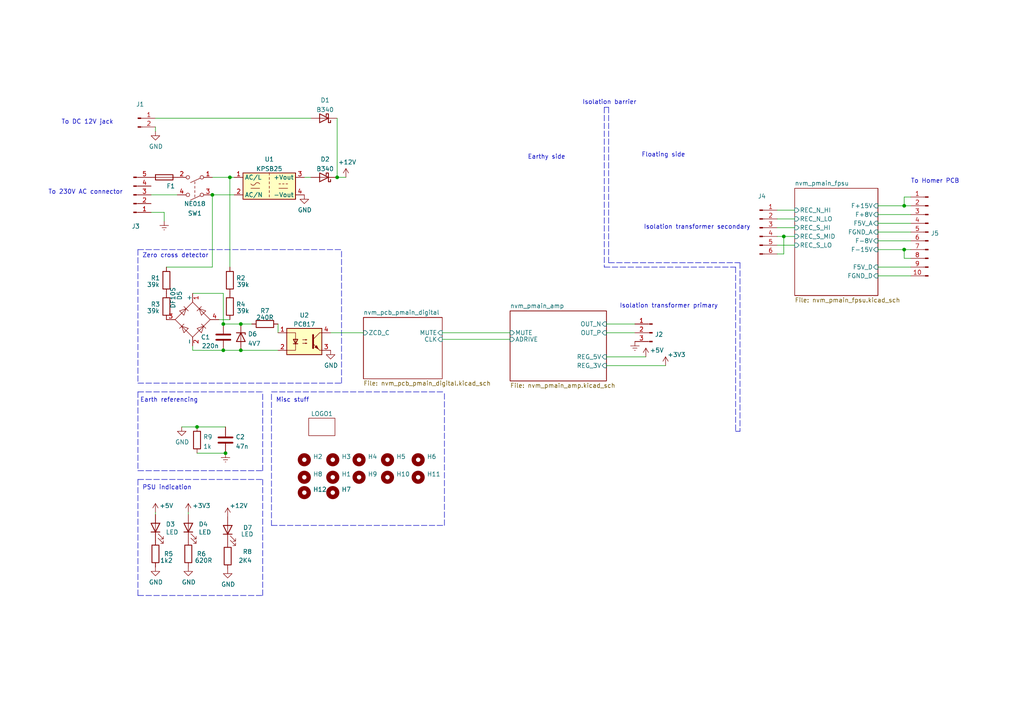
<source format=kicad_sch>
(kicad_sch (version 20211123) (generator eeschema)
  (paper "A4")
  (title_block (title "Nanovoltmeter - MARGE") (date "2022-05-14") (rev "2"))
  (lib_symbols
    (symbol "Connector:Conn_01x02_Male" (pin_names (offset 1.016) hide)
      (property "Reference" "J" (at 0 2.54 0))
      (property "Value" "Conn_01x02_Male" (at 0 -5.08 0))
      (symbol "Conn_01x02_Male_1_1"
        (polyline (pts (xy 1.27 -2.54) (xy 0.8636 -2.54)) (stroke (width 0.1524)))
        (polyline (pts (xy 1.27 0) (xy 0.8636 0)) (stroke (width 0.1524)))
        (rectangle (start 0.8636 -2.413) (end 0 -2.667) (stroke (width 0.1524)) (fill (type outline)))
        (rectangle (start 0.8636 0.127) (end 0 -0.127) (stroke (width 0.1524)) (fill (type outline)))
        (pin passive line (at 5.08 0 180) (length 3.81) (name "Pin_1") (number "1"))
        (pin passive line (at 5.08 -2.54 180) (length 3.81) (name "Pin_2") (number "2"))
      )
    )
    (symbol "Connector:Conn_01x03_Male" (pin_names (offset 1.016) hide)
      (property "Reference" "J" (at 0 5.08 0))
      (property "Value" "Conn_01x03_Male" (at 0 -5.08 0))
      (symbol "Conn_01x03_Male_1_1"
        (polyline (pts (xy 1.27 -2.54) (xy 0.8636 -2.54)) (stroke (width 0.1524)))
        (polyline (pts (xy 1.27 0) (xy 0.8636 0)) (stroke (width 0.1524)))
        (polyline (pts (xy 1.27 2.54) (xy 0.8636 2.54)) (stroke (width 0.1524)))
        (rectangle (start 0.8636 -2.413) (end 0 -2.667) (stroke (width 0.1524)) (fill (type outline)))
        (rectangle (start 0.8636 0.127) (end 0 -0.127) (stroke (width 0.1524)) (fill (type outline)))
        (rectangle (start 0.8636 2.667) (end 0 2.413) (stroke (width 0.1524)) (fill (type outline)))
        (pin passive line (at 5.08 2.54 180) (length 3.81) (name "Pin_1") (number "1"))
        (pin passive line (at 5.08 0 180) (length 3.81) (name "Pin_2") (number "2"))
        (pin passive line (at 5.08 -2.54 180) (length 3.81) (name "Pin_3") (number "3"))
      )
    )
    (symbol "Connector:Conn_01x05_Male" (pin_names (offset 1.016) hide)
      (property "Reference" "J" (at 0 7.62 0))
      (property "Value" "Conn_01x05_Male" (at 0 -7.62 0))
      (symbol "Conn_01x05_Male_1_1"
        (polyline (pts (xy 1.27 -5.08) (xy 0.8636 -5.08)) (stroke (width 0.1524)))
        (polyline (pts (xy 1.27 -2.54) (xy 0.8636 -2.54)) (stroke (width 0.1524)))
        (polyline (pts (xy 1.27 0) (xy 0.8636 0)) (stroke (width 0.1524)))
        (polyline (pts (xy 1.27 2.54) (xy 0.8636 2.54)) (stroke (width 0.1524)))
        (polyline (pts (xy 1.27 5.08) (xy 0.8636 5.08)) (stroke (width 0.1524)))
        (rectangle (start 0.8636 -4.953) (end 0 -5.207) (stroke (width 0.1524)) (fill (type outline)))
        (rectangle (start 0.8636 -2.413) (end 0 -2.667) (stroke (width 0.1524)) (fill (type outline)))
        (rectangle (start 0.8636 0.127) (end 0 -0.127) (stroke (width 0.1524)) (fill (type outline)))
        (rectangle (start 0.8636 2.667) (end 0 2.413) (stroke (width 0.1524)) (fill (type outline)))
        (rectangle (start 0.8636 5.207) (end 0 4.953) (stroke (width 0.1524)) (fill (type outline)))
        (pin passive line (at 5.08 5.08 180) (length 3.81) (name "Pin_1") (number "1"))
        (pin passive line (at 5.08 2.54 180) (length 3.81) (name "Pin_2") (number "2"))
        (pin passive line (at 5.08 0 180) (length 3.81) (name "Pin_3") (number "3"))
        (pin passive line (at 5.08 -2.54 180) (length 3.81) (name "Pin_4") (number "4"))
        (pin passive line (at 5.08 -5.08 180) (length 3.81) (name "Pin_5") (number "5"))
      )
    )
    (symbol "Connector:Conn_01x06_Male" (pin_names (offset 1.016) hide)
      (property "Reference" "J" (at 0 7.62 0))
      (property "Value" "Conn_01x06_Male" (at 0 -10.16 0))
      (symbol "Conn_01x06_Male_1_1"
        (polyline (pts (xy 1.27 -7.62) (xy 0.8636 -7.62)) (stroke (width 0.1524)))
        (polyline (pts (xy 1.27 -5.08) (xy 0.8636 -5.08)) (stroke (width 0.1524)))
        (polyline (pts (xy 1.27 -2.54) (xy 0.8636 -2.54)) (stroke (width 0.1524)))
        (polyline (pts (xy 1.27 0) (xy 0.8636 0)) (stroke (width 0.1524)))
        (polyline (pts (xy 1.27 2.54) (xy 0.8636 2.54)) (stroke (width 0.1524)))
        (polyline (pts (xy 1.27 5.08) (xy 0.8636 5.08)) (stroke (width 0.1524)))
        (rectangle (start 0.8636 -7.493) (end 0 -7.747) (stroke (width 0.1524)) (fill (type outline)))
        (rectangle (start 0.8636 -4.953) (end 0 -5.207) (stroke (width 0.1524)) (fill (type outline)))
        (rectangle (start 0.8636 -2.413) (end 0 -2.667) (stroke (width 0.1524)) (fill (type outline)))
        (rectangle (start 0.8636 0.127) (end 0 -0.127) (stroke (width 0.1524)) (fill (type outline)))
        (rectangle (start 0.8636 2.667) (end 0 2.413) (stroke (width 0.1524)) (fill (type outline)))
        (rectangle (start 0.8636 5.207) (end 0 4.953) (stroke (width 0.1524)) (fill (type outline)))
        (pin passive line (at 5.08 5.08 180) (length 3.81) (name "Pin_1") (number "1"))
        (pin passive line (at 5.08 2.54 180) (length 3.81) (name "Pin_2") (number "2"))
        (pin passive line (at 5.08 0 180) (length 3.81) (name "Pin_3") (number "3"))
        (pin passive line (at 5.08 -2.54 180) (length 3.81) (name "Pin_4") (number "4"))
        (pin passive line (at 5.08 -5.08 180) (length 3.81) (name "Pin_5") (number "5"))
        (pin passive line (at 5.08 -7.62 180) (length 3.81) (name "Pin_6") (number "6"))
      )
    )
    (symbol "Connector:Conn_01x10_Male" (pin_names (offset 1.016) hide)
      (property "Reference" "J" (at 0 12.7 0))
      (property "Value" "Conn_01x10_Male" (at 0 -15.24 0))
      (symbol "Conn_01x10_Male_1_1"
        (polyline (pts (xy 1.27 -12.7) (xy 0.8636 -12.7)) (stroke (width 0.1524)))
        (polyline (pts (xy 1.27 -10.16) (xy 0.8636 -10.16)) (stroke (width 0.1524)))
        (polyline (pts (xy 1.27 -7.62) (xy 0.8636 -7.62)) (stroke (width 0.1524)))
        (polyline (pts (xy 1.27 -5.08) (xy 0.8636 -5.08)) (stroke (width 0.1524)))
        (polyline (pts (xy 1.27 -2.54) (xy 0.8636 -2.54)) (stroke (width 0.1524)))
        (polyline (pts (xy 1.27 0) (xy 0.8636 0)) (stroke (width 0.1524)))
        (polyline (pts (xy 1.27 2.54) (xy 0.8636 2.54)) (stroke (width 0.1524)))
        (polyline (pts (xy 1.27 5.08) (xy 0.8636 5.08)) (stroke (width 0.1524)))
        (polyline (pts (xy 1.27 7.62) (xy 0.8636 7.62)) (stroke (width 0.1524)))
        (polyline (pts (xy 1.27 10.16) (xy 0.8636 10.16)) (stroke (width 0.1524)))
        (rectangle (start 0.8636 -12.573) (end 0 -12.827) (stroke (width 0.1524)) (fill (type outline)))
        (rectangle (start 0.8636 -10.033) (end 0 -10.287) (stroke (width 0.1524)) (fill (type outline)))
        (rectangle (start 0.8636 -7.493) (end 0 -7.747) (stroke (width 0.1524)) (fill (type outline)))
        (rectangle (start 0.8636 -4.953) (end 0 -5.207) (stroke (width 0.1524)) (fill (type outline)))
        (rectangle (start 0.8636 -2.413) (end 0 -2.667) (stroke (width 0.1524)) (fill (type outline)))
        (rectangle (start 0.8636 0.127) (end 0 -0.127) (stroke (width 0.1524)) (fill (type outline)))
        (rectangle (start 0.8636 2.667) (end 0 2.413) (stroke (width 0.1524)) (fill (type outline)))
        (rectangle (start 0.8636 5.207) (end 0 4.953) (stroke (width 0.1524)) (fill (type outline)))
        (rectangle (start 0.8636 7.747) (end 0 7.493) (stroke (width 0.1524)) (fill (type outline)))
        (rectangle (start 0.8636 10.287) (end 0 10.033) (stroke (width 0.1524)) (fill (type outline)))
        (pin passive line (at 5.08 10.16 180) (length 3.81) (name "Pin_1") (number "1"))
        (pin passive line (at 5.08 -12.7 180) (length 3.81) (name "Pin_10") (number "10"))
        (pin passive line (at 5.08 7.62 180) (length 3.81) (name "Pin_2") (number "2"))
        (pin passive line (at 5.08 5.08 180) (length 3.81) (name "Pin_3") (number "3"))
        (pin passive line (at 5.08 2.54 180) (length 3.81) (name "Pin_4") (number "4"))
        (pin passive line (at 5.08 0 180) (length 3.81) (name "Pin_5") (number "5"))
        (pin passive line (at 5.08 -2.54 180) (length 3.81) (name "Pin_6") (number "6"))
        (pin passive line (at 5.08 -5.08 180) (length 3.81) (name "Pin_7") (number "7"))
        (pin passive line (at 5.08 -7.62 180) (length 3.81) (name "Pin_8") (number "8"))
        (pin passive line (at 5.08 -10.16 180) (length 3.81) (name "Pin_9") (number "9"))
      )
    )
    (symbol "Device:C" (pin_numbers hide) (pin_names (offset 0.254))
      (property "Reference" "C" (at 0.635 2.54 0))
      (property "Value" "C" (at 0.635 -2.54 0))
      (symbol "C_0_1"
        (polyline (pts (xy -2.032 -0.762) (xy 2.032 -0.762)) (stroke (width 0.508)))
        (polyline (pts (xy -2.032 0.762) (xy 2.032 0.762)) (stroke (width 0.508)))
      )
      (symbol "C_1_1"
        (pin passive line (at 0 3.81 270) (length 2.794) (name "~") (number "1"))
        (pin passive line (at 0 -3.81 90) (length 2.794) (name "~") (number "2"))
      )
    )
    (symbol "Device:Fuse" (pin_numbers hide) (pin_names (offset 0))
      (property "Reference" "F" (at 2.032 0 90))
      (property "Value" "Fuse" (at -1.905 0 90))
      (symbol "Fuse_0_1"
        (rectangle (start -0.762 -2.54) (end 0.762 2.54) (stroke (width 0.254)))
        (polyline (pts (xy 0 2.54) (xy 0 -2.54)))
      )
      (symbol "Fuse_1_1"
        (pin passive line (at 0 3.81 270) (length 1.27) (name "~") (number "1"))
        (pin passive line (at 0 -3.81 90) (length 1.27) (name "~") (number "2"))
      )
    )
    (symbol "Device:LED" (pin_numbers hide) (pin_names (offset 1.016) hide)
      (property "Reference" "D" (at 0 2.54 0))
      (property "Value" "LED" (at 0 -2.54 0))
      (symbol "LED_0_1"
        (polyline (pts (xy -1.27 -1.27) (xy -1.27 1.27)) (stroke (width 0.254)))
        (polyline (pts (xy -1.27 0) (xy 1.27 0)))
        (polyline (pts (xy 1.27 -1.27) (xy 1.27 1.27) (xy -1.27 0) (xy 1.27 -1.27)) (stroke (width 0.254)))
        (polyline (pts (xy -3.048 -0.762) (xy -4.572 -2.286) (xy -3.81 -2.286) (xy -4.572 -2.286) (xy -4.572 -1.524)))
        (polyline (pts (xy -1.778 -0.762) (xy -3.302 -2.286) (xy -2.54 -2.286) (xy -3.302 -2.286) (xy -3.302 -1.524)))
      )
      (symbol "LED_1_1"
        (pin passive line (at -3.81 0 0) (length 2.54) (name "K") (number "1"))
        (pin passive line (at 3.81 0 180) (length 2.54) (name "A") (number "2"))
      )
    )
    (symbol "Device:R" (pin_numbers hide) (pin_names (offset 0))
      (property "Reference" "R" (at 2.032 0 90))
      (property "Value" "R" (at 0 0 90))
      (symbol "R_0_1"
        (rectangle (start -1.016 -2.54) (end 1.016 2.54) (stroke (width 0.254)))
      )
      (symbol "R_1_1"
        (pin passive line (at 0 3.81 270) (length 1.27) (name "~") (number "1"))
        (pin passive line (at 0 -3.81 90) (length 1.27) (name "~") (number "2"))
      )
    )
    (symbol "Diode:B340" (pin_numbers hide) (pin_names (offset 1.016) hide)
      (property "Reference" "D" (at 0 2.54 0))
      (property "Value" "B340" (at 0 -2.54 0))
      (symbol "B340_0_1"
        (polyline (pts (xy 1.27 0) (xy -1.27 0)))
        (polyline (pts (xy 1.27 1.27) (xy 1.27 -1.27) (xy -1.27 0) (xy 1.27 1.27)) (stroke (width 0.254)))
        (polyline (pts (xy -1.905 0.635) (xy -1.905 1.27) (xy -1.27 1.27) (xy -1.27 -1.27) (xy -0.635 -1.27) (xy -0.635 -0.635)) (stroke (width 0.254)))
      )
      (symbol "B340_1_1"
        (pin passive line (at -3.81 0 0) (length 2.54) (name "K") (number "1"))
        (pin passive line (at 3.81 0 180) (length 2.54) (name "A") (number "2"))
      )
    )
    (symbol "Diode:ZMDxx" (pin_numbers hide) (pin_names (offset 1.016) hide)
      (property "Reference" "D" (at 0 2.54 0))
      (property "Value" "ZMDxx" (at 0 -2.54 0))
      (symbol "ZMDxx_0_1"
        (polyline (pts (xy 1.27 0) (xy -1.27 0)))
        (polyline (pts (xy -1.27 -1.27) (xy -1.27 1.27) (xy -0.762 1.27)) (stroke (width 0.254)))
        (polyline (pts (xy 1.27 -1.27) (xy 1.27 1.27) (xy -1.27 0) (xy 1.27 -1.27)) (stroke (width 0.254)))
      )
      (symbol "ZMDxx_1_1"
        (pin passive line (at -3.81 0 0) (length 2.54) (name "K") (number "1"))
        (pin passive line (at 3.81 0 180) (length 2.54) (name "A") (number "2"))
      )
    )
    (symbol "Diode_Bridge:ABS10" (pin_names (offset 0))
      (property "Reference" "D" (at 2.54 6.985 0))
      (property "Value" "ABS10" (at 2.54 5.08 0))
      (symbol "ABS10_0_1"
        (polyline (pts (xy -2.54 3.81) (xy -1.27 2.54)))
        (polyline (pts (xy -1.27 -2.54) (xy -2.54 -3.81)))
        (polyline (pts (xy 2.54 -1.27) (xy 3.81 -2.54)))
        (polyline (pts (xy 2.54 1.27) (xy 3.81 2.54)))
        (polyline (pts (xy -3.81 2.54) (xy -2.54 1.27) (xy -1.905 3.175) (xy -3.81 2.54)))
        (polyline (pts (xy -2.54 -1.27) (xy -3.81 -2.54) (xy -1.905 -3.175) (xy -2.54 -1.27)))
        (polyline (pts (xy 1.27 2.54) (xy 2.54 3.81) (xy 3.175 1.905) (xy 1.27 2.54)))
        (polyline (pts (xy 3.175 -1.905) (xy 1.27 -2.54) (xy 2.54 -3.81) (xy 3.175 -1.905)))
        (polyline (pts (xy -5.08 0) (xy 0 -5.08) (xy 5.08 0) (xy 0 5.08) (xy -5.08 0)))
      )
      (symbol "ABS10_1_1"
        (pin passive line (at 7.62 0 180) (length 2.54) (name "+") (number "1"))
        (pin passive line (at -7.62 0 0) (length 2.54) (name "-") (number "2"))
        (pin passive line (at 0 -7.62 90) (length 2.54) (name "~") (number "3"))
        (pin passive line (at 0 7.62 270) (length 2.54) (name "~") (number "4"))
      )
    )
    (symbol "Isolator:LTV-817S" (pin_names (offset 1.016))
      (property "Reference" "U" (at -3.81 5.08 0))
      (property "Value" "LTV-817S" (at 0 -5.08 0))
      (symbol "LTV-817S_1_1"
        (rectangle (start -5.08 3.81) (end 5.08 -3.81) (stroke (width 0.254)) (fill (type background)))
        (polyline (pts (xy -3.175 -0.635) (xy -1.905 -0.635)) (stroke (width 0.254)))
        (polyline (pts (xy 2.54 0.635) (xy 4.445 2.54)))
        (polyline (pts (xy 4.445 -2.54) (xy 2.54 -0.635)) (fill (type outline)))
        (polyline (pts (xy 4.445 -2.54) (xy 5.08 -2.54)))
        (polyline (pts (xy 4.445 2.54) (xy 5.08 2.54)))
        (polyline (pts (xy -5.08 2.54) (xy -2.54 2.54) (xy -2.54 -0.762)))
        (polyline (pts (xy -2.54 -0.635) (xy -2.54 -2.54) (xy -5.08 -2.54)))
        (polyline (pts (xy 2.54 1.905) (xy 2.54 -1.905) (xy 2.54 -1.905)) (stroke (width 0.508)))
        (polyline (pts (xy -2.54 -0.635) (xy -3.175 0.635) (xy -1.905 0.635) (xy -2.54 -0.635)) (stroke (width 0.254)))
        (polyline (pts (xy -0.508 -0.508) (xy 0.762 -0.508) (xy 0.381 -0.635) (xy 0.381 -0.381) (xy 0.762 -0.508)))
        (polyline (pts (xy -0.508 0.508) (xy 0.762 0.508) (xy 0.381 0.381) (xy 0.381 0.635) (xy 0.762 0.508)))
        (polyline (pts (xy 3.048 -1.651) (xy 3.556 -1.143) (xy 4.064 -2.159) (xy 3.048 -1.651) (xy 3.048 -1.651)) (fill (type outline)))
        (pin passive line (at -7.62 2.54 0) (length 2.54) (name "~") (number "1"))
        (pin passive line (at -7.62 -2.54 0) (length 2.54) (name "~") (number "2"))
        (pin passive line (at 7.62 -2.54 180) (length 2.54) (name "~") (number "3"))
        (pin passive line (at 7.62 2.54 180) (length 2.54) (name "~") (number "4"))
      )
    )
    (symbol "Mechanical:MountingHole" (pin_names (offset 1.016))
      (property "Reference" "H" (at 0 5.08 0))
      (property "Value" "MountingHole" (at 0 3.175 0))
      (symbol "MountingHole_0_1"
        (circle (center 0 0) (radius 1.27) (stroke (width 1.27)))
      )
    )
    (symbol "Switch:SW_DPST" (pin_names (offset 0) hide)
      (property "Reference" "SW" (at 0 5.08 0))
      (property "Value" "SW_DPST" (at 0 -5.08 0))
      (symbol "SW_DPST_0_0"
        (circle (center -2.032 -2.54) (radius 0.508))
        (circle (center -2.032 2.54) (radius 0.508))
        (polyline (pts (xy -1.524 -2.286) (xy 1.27 -1.016)))
        (polyline (pts (xy -1.524 2.794) (xy 1.27 4.064)))
        (polyline (pts (xy 0 -1.27) (xy 0 -0.635)))
        (polyline (pts (xy 0 0) (xy 0 0.635)))
        (polyline (pts (xy 0 1.27) (xy 0 1.905)))
        (polyline (pts (xy 0 2.54) (xy 0 3.175)))
        (circle (center 2.032 -2.54) (radius 0.508))
        (circle (center 2.032 2.54) (radius 0.508))
      )
      (symbol "SW_DPST_1_1"
        (pin passive line (at -5.08 -2.54 0) (length 2.54) (name "1") (number "1"))
        (pin passive line (at 5.08 -2.54 180) (length 2.54) (name "2") (number "2"))
        (pin passive line (at -5.08 2.54 0) (length 2.54) (name "3") (number "3"))
        (pin passive line (at 5.08 2.54 180) (length 2.54) (name "4") (number "4"))
      )
    )
    (symbol "j_lib:acdc_kpsb25"
      (property "Reference" "U" (at 0 5.08 0))
      (property "Value" "acdc_kpsb25" (at 0 -6.35 0))
      (symbol "acdc_kpsb25_0_1"
        (rectangle (start -7.62 3.81) (end 7.62 -3.81) (stroke (width 0.254)) (fill (type background)))
        (arc (start -5.334 0.635) (mid -4.699 0.2495) (end -4.064 0.635))
        (arc (start -2.794 0.635) (mid -3.429 1.0072) (end -4.064 0.635))
        (polyline (pts (xy -5.334 -0.635) (xy -2.794 -0.635)))
        (polyline (pts (xy 0 -2.54) (xy 0 -3.175)))
        (polyline (pts (xy 0 -1.27) (xy 0 -1.905)))
        (polyline (pts (xy 0 0) (xy 0 -0.635)))
        (polyline (pts (xy 0 1.27) (xy 0 0.635)))
        (polyline (pts (xy 0 2.54) (xy 0 1.905)))
        (polyline (pts (xy 0 3.81) (xy 0 3.175)))
        (polyline (pts (xy 2.794 -0.635) (xy 5.334 -0.635)))
        (polyline (pts (xy 2.794 0.635) (xy 3.302 0.635)))
        (polyline (pts (xy 3.81 0.635) (xy 4.318 0.635)))
        (polyline (pts (xy 4.826 0.635) (xy 5.334 0.635)))
      )
      (symbol "acdc_kpsb25_1_1"
        (pin power_in line (at -10.16 2.54 0) (length 2.54) (name "AC/L") (number "1"))
        (pin power_in line (at -10.16 -2.54 0) (length 2.54) (name "AC/N") (number "2"))
        (pin power_out line (at 10.16 2.54 180) (length 2.54) (name "+Vout") (number "3"))
        (pin power_out line (at 10.16 -2.54 180) (length 2.54) (name "-Vout") (number "4"))
      )
    )
    (symbol "j_lib:logo_generic"
      (property "Reference" "LOGO" (at 0 3.81 0))
      (symbol "logo_generic_0_1"
        (rectangle (start -3.81 2.54) (end 3.81 -2.54) (stroke (width 0.1524)))
      )
    )
    (symbol "power:+12V" (power) (pin_names (offset 0))
      (property "Value" "+12V" (at 0 3.556 0))
      (symbol "+12V_0_1"
        (polyline (pts (xy -0.762 1.27) (xy 0 2.54)))
        (polyline (pts (xy 0 0) (xy 0 2.54)))
        (polyline (pts (xy 0 2.54) (xy 0.762 1.27)))
      )
      (symbol "+12V_1_1"
        (pin power_in line (at 0 0 90) (length 0) hide (name "+12V") (number "1"))
      )
    )
    (symbol "power:+3.3V" (power) (pin_names (offset 0))
      (property "Value" "+3.3V" (at 0 3.556 0))
      (symbol "+3.3V_0_1"
        (polyline (pts (xy -0.762 1.27) (xy 0 2.54)))
        (polyline (pts (xy 0 0) (xy 0 2.54)))
        (polyline (pts (xy 0 2.54) (xy 0.762 1.27)))
      )
      (symbol "+3.3V_1_1"
        (pin power_in line (at 0 0 90) (length 0) hide (name "+3V3") (number "1"))
      )
    )
    (symbol "power:+5V" (power) (pin_names (offset 0))
      (property "Value" "+5V" (at 0 3.556 0))
      (symbol "+5V_0_1"
        (polyline (pts (xy -0.762 1.27) (xy 0 2.54)))
        (polyline (pts (xy 0 0) (xy 0 2.54)))
        (polyline (pts (xy 0 2.54) (xy 0.762 1.27)))
      )
      (symbol "+5V_1_1"
        (pin power_in line (at 0 0 90) (length 0) hide (name "+5V") (number "1"))
      )
    )
    (symbol "power:Earth" (power) (pin_names (offset 0))
      (symbol "Earth_0_1"
        (polyline (pts (xy -0.635 -1.905) (xy 0.635 -1.905)))
        (polyline (pts (xy -0.127 -2.54) (xy 0.127 -2.54)))
        (polyline (pts (xy 0 -1.27) (xy 0 0)))
        (polyline (pts (xy 1.27 -1.27) (xy -1.27 -1.27)))
      )
      (symbol "Earth_1_1"
        (pin power_in line (at 0 0 270) (length 0) hide (name "Earth") (number "1"))
      )
    )
    (symbol "power:GND" (power) (pin_names (offset 0))
      (property "Value" "GND" (at 0 -3.81 0))
      (symbol "GND_0_1"
        (polyline (pts (xy 0 0) (xy 0 -1.27) (xy 1.27 -1.27) (xy 0 -2.54) (xy -1.27 -1.27) (xy 0 -1.27)))
      )
      (symbol "GND_1_1"
        (pin power_in line (at 0 0 270) (length 0) hide (name "GND") (number "1"))
      )
    )
  )
  (junction (at 69.85 101.6))
  (junction (at 65.405 131.445))
  (junction (at 64.77 101.6))
  (junction (at 262.255 59.69))
  (junction (at 57.15 123.825))
  (junction (at 227.33 68.58))
  (junction (at 97.79 51.435))
  (junction (at 61.595 56.515))
  (junction (at 64.77 93.98))
  (junction (at 69.85 93.98))
  (junction (at 262.255 72.39))
  (junction (at 66.675 51.435))
  (wire (pts (xy 57.15 131.445) (xy 65.405 131.445)))
  (wire (pts (xy 45.085 34.29) (xy 90.17 34.29)))
  (wire (pts (xy 54.61 148.59) (xy 54.61 149.225)))
  (wire (pts (xy 64.77 101.6) (xy 69.85 101.6)))
  (wire (pts (xy 64.77 85.09) (xy 64.77 93.98)))
  (wire (pts (xy 175.895 93.98) (xy 184.15 93.98)))
  (wire (pts (xy 69.85 93.98) (xy 73.025 93.98)))
  (polyline (pts (xy 213.36 77.47) (xy 213.36 125.095)))
  (polyline (pts (xy 40.005 139.065) (xy 40.005 172.72)))
  (wire (pts (xy 227.33 68.58) (xy 227.33 73.66)))
  (polyline (pts (xy 175.26 31.115) (xy 176.53 31.115)))
  (wire (pts (xy 254.635 59.69) (xy 262.255 59.69)))
  (wire (pts (xy 264.16 74.93) (xy 262.255 74.93)))
  (polyline (pts (xy 40.005 139.065) (xy 76.2 139.065)))
  (wire (pts (xy 227.33 68.58) (xy 230.505 68.58)))
  (wire (pts (xy 52.705 123.825) (xy 57.15 123.825)))
  (polyline (pts (xy 40.005 136.525) (xy 76.2 136.525)))
  (wire (pts (xy 254.635 72.39) (xy 262.255 72.39)))
  (wire (pts (xy 67.945 51.435) (xy 66.675 51.435)))
  (wire (pts (xy 61.595 77.47) (xy 61.595 56.515)))
  (wire (pts (xy 64.77 93.98) (xy 69.85 93.98)))
  (polyline (pts (xy 78.74 113.665) (xy 128.905 113.665)))
  (wire (pts (xy 61.595 51.435) (xy 66.675 51.435)))
  (wire (pts (xy 48.26 77.47) (xy 61.595 77.47)))
  (wire (pts (xy 69.85 101.6) (xy 80.645 101.6)))
  (wire (pts (xy 175.895 106.045) (xy 193.04 106.045)))
  (wire (pts (xy 97.79 34.29) (xy 97.79 51.435)))
  (polyline (pts (xy 99.06 111.125) (xy 99.06 72.39)))
  (wire (pts (xy 55.88 85.09) (xy 64.77 85.09)))
  (polyline (pts (xy 128.905 152.4) (xy 128.905 113.665)))
  (wire (pts (xy 175.895 96.52) (xy 184.15 96.52)))
  (wire (pts (xy 262.255 74.93) (xy 262.255 72.39)))
  (polyline (pts (xy 76.2 136.525) (xy 76.2 113.665)))
  (wire (pts (xy 225.425 63.5) (xy 230.505 63.5)))
  (wire (pts (xy 225.425 68.58) (xy 227.33 68.58)))
  (polyline (pts (xy 78.74 152.4) (xy 128.905 152.4)))
  (wire (pts (xy 254.635 64.77) (xy 264.16 64.77)))
  (wire (pts (xy 128.27 96.52) (xy 147.955 96.52)))
  (wire (pts (xy 57.15 123.825) (xy 65.405 123.825)))
  (wire (pts (xy 254.635 62.23) (xy 264.16 62.23)))
  (wire (pts (xy 97.79 51.435) (xy 100.33 51.435)))
  (wire (pts (xy 225.425 60.96) (xy 230.505 60.96)))
  (polyline (pts (xy 40.005 113.665) (xy 76.2 113.665)))
  (polyline (pts (xy 175.26 77.47) (xy 213.36 77.47)))
  (wire (pts (xy 254.635 69.85) (xy 264.16 69.85)))
  (wire (pts (xy 262.255 72.39) (xy 264.16 72.39)))
  (polyline (pts (xy 175.26 31.115) (xy 175.26 77.47)))
  (wire (pts (xy 225.425 73.66) (xy 227.33 73.66)))
  (wire (pts (xy 45.085 36.83) (xy 45.085 38.1)))
  (wire (pts (xy 225.425 66.04) (xy 230.505 66.04)))
  (wire (pts (xy 254.635 67.31) (xy 264.16 67.31)))
  (wire (pts (xy 55.88 101.6) (xy 55.88 100.33)))
  (polyline (pts (xy 40.005 72.39) (xy 99.06 72.39)))
  (wire (pts (xy 80.645 93.98) (xy 80.645 96.52)))
  (wire (pts (xy 55.88 101.6) (xy 64.77 101.6)))
  (wire (pts (xy 254.635 80.01) (xy 264.16 80.01)))
  (polyline (pts (xy 76.2 172.72) (xy 76.2 139.065)))
  (wire (pts (xy 66.675 51.435) (xy 66.675 77.47)))
  (wire (pts (xy 47.625 61.595) (xy 47.625 64.135)))
  (polyline (pts (xy 40.005 72.39) (xy 40.005 111.125)))
  (polyline (pts (xy 176.53 76.2) (xy 214.63 76.2)))
  (polyline (pts (xy 40.005 172.72) (xy 76.2 172.72)))
  (wire (pts (xy 264.16 57.15) (xy 262.255 57.15)))
  (wire (pts (xy 128.27 98.425) (xy 147.955 98.425)))
  (wire (pts (xy 66.675 92.71) (xy 63.5 92.71)))
  (wire (pts (xy 88.265 51.435) (xy 90.17 51.435)))
  (wire (pts (xy 262.255 59.69) (xy 264.16 59.69)))
  (wire (pts (xy 45.085 149.225) (xy 45.085 148.59)))
  (polyline (pts (xy 78.74 114.3) (xy 78.74 152.4)))
  (polyline (pts (xy 214.63 125.095) (xy 213.36 125.095)))
  (wire (pts (xy 175.895 103.505) (xy 187.325 103.505)))
  (polyline (pts (xy 176.53 31.115) (xy 176.53 76.2)))
  (wire (pts (xy 262.255 57.15) (xy 262.255 59.69)))
  (wire (pts (xy 254.635 77.47) (xy 264.16 77.47)))
  (polyline (pts (xy 40.005 111.125) (xy 99.06 111.125)))
  (wire (pts (xy 43.815 56.515) (xy 51.435 56.515)))
  (wire (pts (xy 43.815 61.595) (xy 47.625 61.595)))
  (wire (pts (xy 225.425 71.12) (xy 230.505 71.12)))
  (polyline (pts (xy 214.63 76.2) (xy 214.63 125.095)))
  (polyline (pts (xy 40.005 113.665) (xy 40.005 136.525)))
  (wire (pts (xy 67.945 56.515) (xy 61.595 56.515)))
  (wire (pts (xy 95.885 96.52) (xy 105.41 96.52)))
  (text "To Homer PCB" (at 264.16 53.34 0) (effects (font (size 1.27 1.27)) (justify left bottom)))
  (text "Earth referencing" (at 40.64 116.84 0) (effects (font (size 1.27 1.27)) (justify left bottom)))
  (text "To DC 12V jack" (at 17.78 36.195 0) (effects (font (size 1.27 1.27)) (justify left bottom)))
  (text "Zero cross detector" (at 41.275 74.93 0) (effects (font (size 1.27 1.27)) (justify left bottom)))
  (text "PSU indication" (at 41.275 142.24 0) (effects (font (size 1.27 1.27)) (justify left bottom)))
  (text "Misc stuff" (at 80.01 116.84 0) (effects (font (size 1.27 1.27)) (justify left bottom)))
  (text "Floating side" (at 186.055 45.72 0) (effects (font (size 1.27 1.27)) (justify left bottom)))
  (text "Isolation barrier" (at 168.91 30.48 0) (effects (font (size 1.27 1.27)) (justify left bottom)))
  (text "Earthy side" (at 153.035 46.355 0) (effects (font (size 1.27 1.27)) (justify left bottom)))
  (text "To 230V AC connector" (at 13.97 56.515 0) (effects (font (size 1.27 1.27)) (justify left bottom)))
  (text "Isolation transformer secondary" (at 186.69 66.675 0) (effects (font (size 1.27 1.27)) (justify left bottom)))
  (text "Isolation transformer primary" (at 179.705 89.535 0) (effects (font (size 1.27 1.27)) (justify left bottom)))
  (symbol (lib_id "Device:R") (at 66.04 161.29 0) (unit 1)
    (property "Reference" "R8" (at 71.755 160.02 0))
    (property "Value" "2K4" (at 71.12 162.56 0))
    (property "Footprint" "Resistor_SMD:R_MiniMELF_MMA-0204" (effects hide))
    (property "PN" "MMA02040C2401" (effects hide))
    (property "supplier" "TME" (effects hide))
  )
  (symbol (lib_id "Mechanical:MountingHole") (at 88.265 138.43 0) (unit 1)
    (property "Reference" "H8" (at 90.805 137.5215 0) (effects (justify left)))
    (property "Value" "MountingHole" (effects hide))
    (property "Footprint" "MountingHole:MountingHole_3.2mm_M3" (effects hide))
    (property "comment" "DNP" (effects hide))
  )
  (symbol (lib_id "Device:R") (at 76.835 93.98 90) (unit 1)
    (property "Reference" "R7" (at 76.835 90.17 90))
    (property "Value" "240R" (at 76.835 92.075 90))
    (property "Footprint" "Resistor_SMD:R_MiniMELF_MMA-0204" (effects hide))
    (property "PN" "MMA02040C2400" (effects hide))
    (property "supplier" "TME" (effects hide))
  )
  (symbol (lib_id "Mechanical:MountingHole") (at 112.395 133.35 0) (unit 1)
    (property "Reference" "H5" (at 114.935 132.4415 0) (effects (justify left)))
    (property "Value" "MountingHole" (effects hide))
    (property "Footprint" "MountingHole:MountingHole_3.2mm_M3" (effects hide))
    (property "comment" "DNP" (effects hide))
  )
  (symbol (lib_id "Device:C") (at 64.77 97.79 180) (unit 1)
    (property "Reference" "C1" (at 60.96 97.79 0) (effects (justify left)))
    (property "Value" "220n" (at 63.5 100.33 0) (effects (justify left)))
    (property "Footprint" "Capacitor_SMD:C_0805_2012Metric_Pad1.18x1.45mm_HandSolder" (effects hide))
    (property "PN" "VJ0805Y224KXATW1BC" (effects hide))
    (property "supplier" "TME" (effects hide))
  )
  (symbol (lib_id "Connector:Conn_01x05_Male") (at 38.735 56.515 0) (mirror x) (unit 1)
    (property "Reference" "J3" (at 39.37 65.6377 0))
    (property "Value" "Conn_01x05_Male" (effects hide))
    (property "Footprint" "Connector_Molex:Molex_KK-396_A-41791-0005_1x05_P3.96mm_Vertical" (effects hide))
    (property "comment" "remove pins 2 and 4" (effects hide))
    (property "PN" "A3960WV-05P" (effects hide))
    (property "supplier" "TME" (effects hide))
  )
  (symbol (lib_id "Mechanical:MountingHole") (at 112.395 138.43 0) (unit 1)
    (property "Reference" "H10" (at 114.935 137.5215 0) (effects (justify left)))
    (property "Value" "MountingHole" (effects hide))
    (property "Footprint" "MountingHole:MountingHole_3.2mm_M3" (effects hide))
    (property "comment" "DNP" (effects hide))
  )
  (symbol (lib_id "Mechanical:MountingHole") (at 121.285 133.35 0) (unit 1)
    (property "Reference" "H6" (at 123.825 132.4415 0) (effects (justify left)))
    (property "Value" "MountingHole" (effects hide))
    (property "Footprint" "MountingHole:MountingHole_3.2mm_M3" (effects hide))
    (property "comment" "DNP" (effects hide))
  )
  (symbol (lib_id "Device:R") (at 48.26 81.28 0) (mirror y) (unit 1)
    (property "Reference" "R1" (at 45.085 80.645 0))
    (property "Value" "39k" (at 44.45 82.55 0))
    (property "Footprint" "Resistor_SMD:R_MiniMELF_MMA-0204" (effects hide))
    (property "PN" "MMA02040C3903" (effects hide))
    (property "supplier" "TME" (effects hide))
  )
  (symbol (lib_id "Device:R") (at 48.26 88.9 0) (mirror y) (unit 1)
    (property "Reference" "R3" (at 45.085 88.265 0))
    (property "Value" "39k" (at 44.45 90.17 0))
    (property "Footprint" "Resistor_SMD:R_MiniMELF_MMA-0204" (effects hide))
    (property "PN" "MMA02040C3903" (effects hide))
    (property "supplier" "TME" (effects hide))
  )
  (symbol (lib_id "Diode_Bridge:ABS10") (at 55.88 92.71 270) (mirror x) (unit 1)
    (property "Reference" "D5" (at 52.07 85.725 0))
    (property "Value" "DF10S" (at 50.165 86.36 0))
    (property "Footprint" "Diode_SMD:Diode_Bridge_Diotec_SO-DIL-Slim" (effects hide))
    (property "supplier" "TME" (effects hide))
    (property "PN" "DF10S-T" (effects hide))
  )
  (symbol (lib_id "Mechanical:MountingHole") (at 96.52 133.35 0) (unit 1)
    (property "Reference" "H3" (at 99.06 132.4415 0) (effects (justify left)))
    (property "Value" "MountingHole" (effects hide))
    (property "Footprint" "MountingHole:MountingHole_3.2mm_M3" (effects hide))
    (property "comment" "DNP" (effects hide))
  )
  (symbol (lib_id "power:+3.3V") (at 54.61 148.59 0) (unit 1)
    (property "Reference" "#PWR07" (effects hide))
    (property "Value" "+3.3V" (at 58.42 146.685 0))
  )
  (symbol (lib_id "Device:R") (at 45.085 160.655 0) (unit 1)
    (property "Reference" "R5" (at 48.895 160.655 0))
    (property "Value" "1k2" (at 48.26 162.56 0))
    (property "Footprint" "Resistor_SMD:R_MiniMELF_MMA-0204" (effects hide))
    (property "PN" "MMA02040C1201" (effects hide))
    (property "supplier" "TME" (effects hide))
  )
  (symbol (lib_id "power:GND") (at 88.265 56.515 0) (unit 1)
    (property "Reference" "#PWR03" (effects hide))
    (property "Value" "GND" (at 88.392 60.9092 0))
  )
  (symbol (lib_id "Mechanical:MountingHole") (at 88.265 142.875 0) (unit 1)
    (property "Reference" "H12" (at 90.805 141.9665 0) (effects (justify left)))
    (property "Value" "MountingHole" (effects hide))
    (property "Footprint" "MountingHole:MountingHole_3.2mm_M3_DIN965_Pad" (effects hide))
    (property "comment" "DNP" (effects hide))
  )
  (symbol (lib_id "Mechanical:MountingHole") (at 88.265 133.35 0) (unit 1)
    (property "Reference" "H2" (at 90.805 132.4415 0) (effects (justify left)))
    (property "Value" "MountingHole" (effects hide))
    (property "Footprint" "MountingHole:MountingHole_3.2mm_M3" (effects hide))
    (property "comment" "DNP" (effects hide))
  )
  (symbol (lib_id "power:GND") (at 95.885 101.6 0) (unit 1)
    (property "Reference" "#PWR010" (effects hide))
    (property "Value" "GND" (at 96.012 105.9942 0))
  )
  (symbol (lib_id "power:+12V") (at 66.04 149.86 0) (unit 1)
    (property "Reference" "#PWR012" (effects hide))
    (property "Value" "+12V" (at 69.215 146.685 0))
  )
  (symbol (lib_id "power:Earth") (at 47.625 64.135 0) (mirror y) (unit 1)
    (property "Reference" "#PWR05" (effects hide))
    (property "Value" "Earth" (effects hide))
  )
  (symbol (lib_id "Diode:B340") (at 93.98 51.435 180) (unit 1)
    (property "Reference" "D2" (at 94.2975 46.1985 0))
    (property "Value" "B340" (at 94.2975 48.9736 0))
    (property "Footprint" "Diode_SMD:D_SMC" (effects hide))
    (property "Datasheet" "http://www.jameco.com/Jameco/Products/ProdDS/1538777.pdf" (effects hide))
    (property "PN" "B540C-13-F" (effects hide))
    (property "supplier" "TME" (effects hide))
  )
  (symbol (lib_id "Device:R") (at 66.675 88.9 0) (unit 1)
    (property "Reference" "R4" (at 69.85 88.265 0))
    (property "Value" "39k" (at 70.485 90.17 0))
    (property "Footprint" "Resistor_SMD:R_MiniMELF_MMA-0204" (effects hide))
    (property "PN" "MMA02040C3903" (effects hide))
    (property "supplier" "TME" (effects hide))
  )
  (symbol (lib_id "Switch:SW_DPST") (at 56.515 53.975 180) (unit 1)
    (property "Reference" "SW1" (at 56.515 61.8785 0))
    (property "Value" "NE018" (at 56.515 59.1034 0))
    (property "Footprint" "j_lib:NE18-2P" (effects hide))
    (property "supplier" "MOUSER" (effects hide))
    (property "PN" "NE182AEESN6AMP" (effects hide))
  )
  (symbol (lib_id "Device:Fuse") (at 47.625 51.435 90) (mirror x) (unit 1)
    (property "Reference" "F1" (at 49.53 53.975 90))
    (property "Value" "Fuse" (effects hide))
    (property "Footprint" "Fuse:Fuseholder_Cylinder-5x20mm_Schurter_0031_8201_Horizontal_Open" (effects hide))
    (property "PN" "0031.8211" (effects hide))
    (property "supplier" "TME" (effects hide))
  )
  (symbol (lib_id "j_lib:logo_generic") (at 93.345 123.825 0) (unit 1)
    (property "Reference" "LOGO1" (at 90.17 120.015 0) (effects (justify left)))
    (property "Value" "logo_generic" (effects hide))
    (property "Footprint" "j_lib:logo_rpg7x9" (effects hide))
    (property "comment" "DNP" (effects hide))
  )
  (symbol (lib_id "Isolator:LTV-817S") (at 88.265 99.06 0) (unit 1)
    (property "Reference" "U2" (at 88.265 91.44 0))
    (property "Value" "PC817" (at 88.265 94.0586 0))
    (property "Footprint" "Package_DIP:SMDIP-4_W9.53mm" (effects hide))
    (property "Datasheet" "http://www.us.liteon.com/downloads/LTV-817-827-847.PDF" (effects hide))
    (property "supplier" "TME" (effects hide))
    (property "PN" "PC817X1NIP1B" (effects hide))
  )
  (symbol (lib_id "power:+5V") (at 45.085 148.59 0) (unit 1)
    (property "Reference" "#PWR06" (effects hide))
    (property "Value" "+5V" (at 48.26 146.685 0))
  )
  (symbol (lib_id "power:+5V") (at 187.325 103.505 0) (unit 1)
    (property "Reference" "#PWR0115" (effects hide))
    (property "Value" "+5V" (at 190.5 101.6 0))
  )
  (symbol (lib_id "Mechanical:MountingHole") (at 104.14 133.35 0) (unit 1)
    (property "Reference" "H4" (at 106.68 132.4415 0) (effects (justify left)))
    (property "Value" "MountingHole" (effects hide))
    (property "Footprint" "MountingHole:MountingHole_3.2mm_M3" (effects hide))
    (property "comment" "DNP" (effects hide))
  )
  (symbol (lib_id "Mechanical:MountingHole") (at 121.285 138.43 0) (unit 1)
    (property "Reference" "H11" (at 123.825 137.5215 0) (effects (justify left)))
    (property "Value" "MountingHole" (effects hide))
    (property "Footprint" "MountingHole:MountingHole_3.2mm_M3" (effects hide))
    (property "comment" "DNP" (effects hide))
  )
  (symbol (lib_id "Connector:Conn_01x02_Male") (at 40.005 34.29 0) (unit 1)
    (property "Reference" "J1" (at 40.64 30.2473 0))
    (property "Value" "Conn_01x02_Male" (effects hide))
    (property "Footprint" "Connector_Molex:Molex_KK-396_A-41791-0002_1x02_P3.96mm_Vertical" (effects hide))
    (property "PN" "A3960WV-02P" (effects hide))
    (property "supplier" "TME" (effects hide))
  )
  (symbol (lib_id "power:GND") (at 66.04 165.1 0) (unit 1)
    (property "Reference" "#PWR013" (effects hide))
    (property "Value" "GND" (at 66.167 169.4942 0))
  )
  (symbol (lib_id "Device:R") (at 57.15 127.635 0) (unit 1)
    (property "Reference" "R9" (at 58.928 126.7265 0) (effects (justify left)))
    (property "Value" "1k" (at 58.928 129.5016 0) (effects (justify left)))
    (property "Footprint" "Resistor_THT:R_Axial_DIN0411_L9.9mm_D3.6mm_P12.70mm_Horizontal" (effects hide))
    (property "supplier" "TME" (effects hide))
    (property "PN" "NFR2W-1K" (effects hide))
  )
  (symbol (lib_id "Mechanical:MountingHole") (at 96.52 142.875 0) (unit 1)
    (property "Reference" "H7" (at 99.06 141.9665 0) (effects (justify left)))
    (property "Value" "MountingHole" (effects hide))
    (property "Footprint" "MountingHole:MountingHole_3.2mm_M3_DIN965_Pad" (effects hide))
    (property "comment" "DNP" (effects hide))
  )
  (symbol (lib_id "Device:LED") (at 54.61 153.035 90) (unit 1)
    (property "Reference" "D4" (at 57.6072 152.0444 90) (effects (justify right)))
    (property "Value" "LED" (at 57.6072 154.3558 90) (effects (justify right)))
    (property "Footprint" "LED_SMD:LED_0805_2012Metric_Pad1.15x1.40mm_HandSolder" (effects hide))
    (property "PN" "KP-2012YD" (effects hide))
    (property "supplier" "TME" (effects hide))
  )
  (symbol (lib_id "j_lib:acdc_kpsb25") (at 78.105 53.975 0) (unit 1)
    (property "Reference" "U1" (at 78.105 46.1985 0))
    (property "Value" "KPSB25" (at 78.105 48.9736 0))
    (property "Footprint" "j_lib:KPSB25" (effects hide))
    (property "PN" "KPSB25-12" (effects hide))
    (property "supplier" "TME" (effects hide))
  )
  (symbol (lib_id "power:+3.3V") (at 193.04 106.045 0) (unit 1)
    (property "Reference" "#PWR0116" (effects hide))
    (property "Value" "+3.3V" (at 196.215 102.87 0))
  )
  (symbol (lib_id "Device:C") (at 65.405 127.635 0) (unit 1)
    (property "Reference" "C2" (at 68.326 126.7265 0) (effects (justify left)))
    (property "Value" "47n" (at 68.326 129.5016 0) (effects (justify left)))
    (property "Footprint" "Capacitor_THT:C_Rect_L18.0mm_W6.0mm_P15.00mm_FKS3_FKP3" (effects hide))
    (property "supplier" "TME" (effects hide))
    (property "PN" "R75PI24704030J" (effects hide))
  )
  (symbol (lib_id "power:GND") (at 52.705 123.825 0) (unit 1)
    (property "Reference" "#PWR011" (effects hide))
    (property "Value" "GND" (at 52.832 128.2192 0))
  )
  (symbol (lib_id "Mechanical:MountingHole") (at 96.52 138.43 0) (unit 1)
    (property "Reference" "H1" (at 99.06 137.5215 0) (effects (justify left)))
    (property "Value" "MountingHole" (effects hide))
    (property "Footprint" "MountingHole:MountingHole_3.2mm_M3_DIN965_Pad" (effects hide))
    (property "comment" "DNP" (effects hide))
  )
  (symbol (lib_id "Connector:Conn_01x03_Male") (at 189.23 96.52 0) (mirror y) (unit 1)
    (property "Reference" "J2" (at 189.9412 96.999 0) (effects (justify right)))
    (property "Value" "Conn_01x03_Male" (effects hide))
    (property "Footprint" "Connector_Molex:Molex_KK-396_A-41791-0003_1x03_P3.96mm_Vertical" (effects hide))
    (property "PN" "A3960WV-03P" (effects hide))
    (property "supplier" "TME" (effects hide))
  )
  (symbol (lib_id "Diode:ZMDxx") (at 69.85 97.79 270) (unit 1)
    (property "Reference" "D6" (at 71.882 96.8815 90) (effects (justify left)))
    (property "Value" "4V7" (at 71.882 99.6566 90) (effects (justify left)))
    (property "Footprint" "Diode_SMD:D_MiniMELF" (effects hide))
    (property "Datasheet" "http://diotec.com/tl_files/diotec/files/pdf/datasheets/zmd1" (effects hide))
    (property "PN" "TZMB4V7-GS08" (effects hide))
    (property "supplier" "TME" (effects hide))
  )
  (symbol (lib_id "power:GND") (at 45.085 164.465 0) (unit 1)
    (property "Reference" "#PWR08" (effects hide))
    (property "Value" "GND" (at 45.212 168.8592 0))
  )
  (symbol (lib_id "power:GND") (at 45.085 38.1 0) (unit 1)
    (property "Reference" "#PWR01" (effects hide))
    (property "Value" "GND" (at 45.212 42.4942 0))
  )
  (symbol (lib_id "Device:LED") (at 66.04 153.67 90) (unit 1)
    (property "Reference" "D7" (at 70.485 153.035 90) (effects (justify right)))
    (property "Value" "LED" (at 69.85 154.94 90) (effects (justify right)))
    (property "Footprint" "LED_SMD:LED_0805_2012Metric_Pad1.15x1.40mm_HandSolder" (effects hide))
    (property "PN" "KP-2012YD" (effects hide))
    (property "supplier" "TME" (effects hide))
  )
  (symbol (lib_id "Diode:B340") (at 93.98 34.29 180) (unit 1)
    (property "Reference" "D1" (at 94.2975 29.0535 0))
    (property "Value" "B340" (at 94.2975 31.8286 0))
    (property "Footprint" "Diode_SMD:D_SMC" (effects hide))
    (property "Datasheet" "http://www.jameco.com/Jameco/Products/ProdDS/1538777.pdf" (effects hide))
    (property "PN" "B540C-13-F" (effects hide))
    (property "supplier" "TME" (effects hide))
  )
  (symbol (lib_id "Device:R") (at 54.61 160.655 0) (unit 1)
    (property "Reference" "R6" (at 58.42 160.655 0))
    (property "Value" "620R" (at 59.055 162.56 0))
    (property "Footprint" "Resistor_SMD:R_MiniMELF_MMA-0204" (effects hide))
    (property "PN" "MMA02040C6200" (effects hide))
    (property "supplier" "TME" (effects hide))
  )
  (symbol (lib_id "power:+12V") (at 100.33 51.435 0) (unit 1)
    (property "Reference" "#PWR02" (effects hide))
    (property "Value" "+12V" (at 100.711 47.0408 0))
  )
  (symbol (lib_id "Mechanical:MountingHole") (at 104.14 138.43 0) (unit 1)
    (property "Reference" "H9" (at 106.68 137.5215 0) (effects (justify left)))
    (property "Value" "MountingHole" (effects hide))
    (property "Footprint" "MountingHole:MountingHole_3.2mm_M3" (effects hide))
    (property "comment" "DNP" (effects hide))
  )
  (symbol (lib_id "Connector:Conn_01x10_Male") (at 269.24 67.31 0) (mirror y) (unit 1)
    (property "Reference" "J5" (at 269.9512 67.6715 0) (effects (justify right)))
    (property "Value" "Conn_01x10_Male" (effects hide))
    (property "Footprint" "Connector_Molex:Molex_KK-254_AE-6410-10A_1x10_P2.54mm_Vertical" (effects hide))
    (property "PN" "NS25-W10P" (effects hide))
    (property "supplier" "TME" (effects hide))
  )
  (symbol (lib_id "power:Earth") (at 184.15 99.06 0) (unit 1)
    (property "Reference" "#PWR04" (effects hide))
    (property "Value" "Earth" (effects hide))
  )
  (symbol (lib_id "power:GND") (at 54.61 164.465 0) (unit 1)
    (property "Reference" "#PWR09" (effects hide))
    (property "Value" "GND" (at 54.737 168.8592 0))
  )
  (symbol (lib_id "Device:R") (at 66.675 81.28 0) (unit 1)
    (property "Reference" "R2" (at 69.85 80.645 0))
    (property "Value" "39k" (at 70.485 82.55 0))
    (property "Footprint" "Resistor_SMD:R_MiniMELF_MMA-0204" (effects hide))
    (property "PN" "MMA02040C3903" (effects hide))
    (property "supplier" "TME" (effects hide))
  )
  (symbol (lib_id "Connector:Conn_01x06_Male") (at 220.345 66.04 0) (unit 1)
    (property "Reference" "J4" (at 220.98 56.9173 0))
    (property "Value" "Conn_01x06_Male" (effects hide))
    (property "Footprint" "Connector_Molex:Molex_KK-396_A-41791-0006_1x06_P3.96mm_Vertical" (effects hide))
    (property "PN" "A3960WV-06P" (effects hide))
    (property "supplier" "TME" (effects hide))
  )
  (symbol (lib_id "power:Earth") (at 65.405 131.445 0) (unit 1)
    (property "Reference" "#PWR014" (effects hide))
    (property "Value" "Earth" (effects hide))
  )
  (symbol (lib_id "Device:LED") (at 45.085 153.035 90) (unit 1)
    (property "Reference" "D3" (at 48.0822 152.0444 90) (effects (justify right)))
    (property "Value" "LED" (at 48.0822 154.3558 90) (effects (justify right)))
    (property "Footprint" "LED_SMD:LED_0805_2012Metric_Pad1.15x1.40mm_HandSolder" (effects hide))
    (property "PN" "KP-2012YD" (effects hide))
    (property "supplier" "TME" (effects hide))
  )
  (sheet (at 147.955 90.17) (size 27.94 20.32) (stroke (width 0.1524))
    (property "Sheet name" "nvm_pmain_amp" (at 147.955 89.4584 0) (effects (justify left bottom)))
    (property "Sheet file" "nvm_pmain_amp.kicad_sch" (at 147.955 111.0746 0) (effects (justify left top)))
    (pin "MUTE" input (at 147.955 96.52 180))
    (pin "OUT_P" input (at 175.895 96.52 0))
    (pin "OUT_N" input (at 175.895 93.98 0))
    (pin "ADRIVE" input (at 147.955 98.425 180))
    (pin "REG_5V" input (at 175.895 103.505 0))
    (pin "REG_3V" input (at 175.895 106.045 0))
  )
  (sheet (at 230.505 54.61) (size 24.13 31.115) (stroke (width 0.1524))
    (property "Sheet name" "nvm_pmain_fpsu" (at 230.505 53.8984 0) (effects (justify left bottom)))
    (property "Sheet file" "nvm_pmain_fpsu.kicad_sch" (at 230.505 86.3096 0) (effects (justify left top)))
    (pin "REC_N_LO" input (at 230.505 63.5 180))
    (pin "REC_N_HI" input (at 230.505 60.96 180))
    (pin "F+15V" input (at 254.635 59.69 0))
    (pin "F5V_A" input (at 254.635 64.77 0))
    (pin "FGND_A" input (at 254.635 67.31 0))
    (pin "FGND_D" input (at 254.635 80.01 0))
    (pin "F5V_D" input (at 254.635 77.47 0))
    (pin "REC_S_LO" input (at 230.505 71.12 180))
    (pin "REC_S_MID" input (at 230.505 68.58 180))
    (pin "REC_S_HI" input (at 230.505 66.04 180))
    (pin "F-15V" input (at 254.635 72.39 0))
    (pin "F-8V" input (at 254.635 69.85 0))
    (pin "F+8V" input (at 254.635 62.23 0))
  )
  (sheet (at 105.41 92.075) (size 22.86 17.78) (stroke (width 0.1524))
    (property "Sheet name" "nvm_pcb_pmain_digital" (at 105.41 91.3634 0) (effects (justify left bottom)))
    (property "Sheet file" "nvm_pcb_pmain_digital.kicad_sch" (at 105.41 110.4396 0) (effects (justify left top)))
    (pin "ZCD_C" input (at 105.41 96.52 180))
    (pin "MUTE" input (at 128.27 96.52 0))
    (pin "CLK" input (at 128.27 98.425 0))
  )
)
</source>
